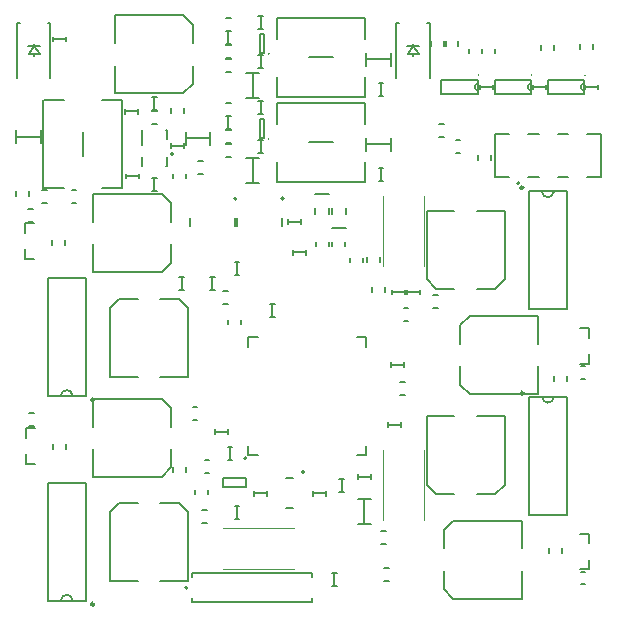
<source format=gto>
G04*
G04 #@! TF.GenerationSoftware,Altium Limited,Altium Designer,24.9.1 (31)*
G04*
G04 Layer_Color=65535*
%FSLAX44Y44*%
%MOMM*%
G71*
G04*
G04 #@! TF.SameCoordinates,22428939-7FEC-4B67-BCAF-D19850B6772B*
G04*
G04*
G04 #@! TF.FilePolarity,Positive*
G04*
G01*
G75*
%ADD10C,0.1500*%
%ADD11C,0.2000*%
%ADD12C,0.2500*%
%ADD13C,0.1270*%
%ADD14C,0.1000*%
D10*
X1217502Y964994D02*
G03*
X1217502Y964994I-500J0D01*
G01*
X1217500Y893000D02*
G03*
X1217500Y893000I-500J0D01*
G01*
X1395000Y947000D02*
G03*
X1395000Y947000I-500J0D01*
G01*
X1394500Y939828D02*
G03*
X1394500Y934172I0J-2828D01*
G01*
X1485000Y947000D02*
G03*
X1485000Y947000I-500J0D01*
G01*
X1484500Y939828D02*
G03*
X1484500Y934172I0J-2828D01*
G01*
X1440000Y947000D02*
G03*
X1440000Y947000I-500J0D01*
G01*
X1439500Y939828D02*
G03*
X1439500Y934172I0J-2828D01*
G01*
X1188500Y789000D02*
X1192500D01*
X1188500Y778000D02*
X1192500D01*
X1190500D02*
Y789000D01*
X1050500Y839000D02*
X1054500D01*
X1050500Y850000D02*
X1054500D01*
X1210252Y965994D02*
X1213752D01*
X1210252D02*
Y981994D01*
X1213752D01*
Y965994D02*
Y981994D01*
X1210250Y894000D02*
X1213750D01*
X1210250D02*
Y910000D01*
X1213750D01*
Y894000D02*
Y910000D01*
X1178500Y598500D02*
X1198500D01*
X1178500D02*
Y605500D01*
X1198500Y598500D02*
Y605500D01*
X1178500D02*
X1198500D01*
X1363500Y931000D02*
X1394500D01*
X1363500Y943000D02*
X1394500D01*
X1363500Y931000D02*
Y943000D01*
X1394500Y931000D02*
Y943000D01*
X1453500Y931000D02*
X1484500D01*
X1453500Y943000D02*
X1484500D01*
X1453500Y931000D02*
Y943000D01*
X1484500Y931000D02*
Y943000D01*
X1408500Y931000D02*
X1439500D01*
X1408500Y943000D02*
X1439500D01*
X1408500Y931000D02*
Y943000D01*
X1439500Y931000D02*
Y943000D01*
X1109956Y870139D02*
X1110456D01*
X1109956D02*
Y877639D01*
X1130456Y870139D02*
X1130956D01*
Y877639D01*
X1130456Y900139D02*
X1130956D01*
Y892639D02*
Y900139D01*
X1109956D02*
X1110456D01*
X1109956Y887639D02*
Y900139D01*
X1469500Y688000D02*
Y692000D01*
X1458500Y688000D02*
Y692000D01*
X1454500Y542250D02*
Y546250D01*
X1465500Y542250D02*
Y546250D01*
X1045500Y630500D02*
Y634500D01*
X1034500Y630500D02*
Y634500D01*
X1044500Y803500D02*
Y807500D01*
X1033500Y803500D02*
Y807500D01*
X1481500Y689750D02*
X1485500D01*
X1481500Y700750D02*
X1485500D01*
X1481500Y515750D02*
X1485500D01*
X1481500Y526750D02*
X1485500D01*
X1014500Y661000D02*
X1018500D01*
X1014500Y650000D02*
X1018500D01*
X1013500Y833500D02*
X1017500D01*
X1013500Y822500D02*
X1017500D01*
X1179000Y753000D02*
X1183000D01*
X1179000Y764000D02*
X1183000D01*
X1361500Y895000D02*
X1365500D01*
X1361500Y906000D02*
X1365500D01*
X1183000Y736000D02*
Y740000D01*
X1194000Y736000D02*
Y740000D01*
X1286500Y788500D02*
Y792500D01*
X1297500Y788500D02*
Y792500D01*
X1300500Y789000D02*
Y793000D01*
X1311500Y789000D02*
Y793000D01*
X1305000Y763500D02*
Y767500D01*
X1316000Y763500D02*
Y767500D01*
X1398000Y965500D02*
Y969500D01*
X1409000Y965500D02*
Y969500D01*
X1386500Y965500D02*
Y969500D01*
X1397500Y965500D02*
Y969500D01*
X1271000Y802000D02*
Y806000D01*
X1282000Y802000D02*
Y806000D01*
X1257000Y802000D02*
Y806000D01*
X1268000Y802000D02*
Y806000D01*
X1356500Y760500D02*
X1360500D01*
X1356500Y749500D02*
X1360500D01*
X1375500Y892000D02*
X1379500D01*
X1375500Y881000D02*
X1379500D01*
X1331500Y738500D02*
X1335500D01*
X1331500Y749500D02*
X1335500D01*
X1161000Y578500D02*
X1165000D01*
X1161000Y567500D02*
X1165000D01*
X1312500Y550000D02*
X1316500D01*
X1312500Y561000D02*
X1316500D01*
X1447500Y968500D02*
Y972500D01*
X1458500Y968500D02*
Y972500D01*
X1480500Y969500D02*
Y973500D01*
X1491500Y969500D02*
Y973500D01*
X1315000Y529500D02*
X1319000D01*
X1315000Y518500D02*
X1319000D01*
X1136000Y611000D02*
Y615000D01*
X1147000Y611000D02*
Y615000D01*
X1163000Y610000D02*
X1167000D01*
X1163000Y621000D02*
X1167000D01*
X1153000Y655000D02*
X1157000D01*
X1153000Y666000D02*
X1157000D01*
X1328500Y687000D02*
X1332500D01*
X1328500Y676000D02*
X1332500D01*
X1394500Y875000D02*
Y879000D01*
X1405500Y875000D02*
Y879000D01*
X1154500Y592000D02*
Y596000D01*
X1165500Y592000D02*
Y596000D01*
X1367000Y972000D02*
Y976000D01*
X1378000Y972000D02*
Y976000D01*
X1355000Y972000D02*
Y976000D01*
X1366000Y972000D02*
Y976000D01*
X1181002Y961494D02*
X1185002D01*
X1181002Y972494D02*
X1185002D01*
X1181002Y995494D02*
X1185002D01*
X1181002Y984494D02*
X1185002D01*
X1181002Y960494D02*
X1185002D01*
X1181002Y949494D02*
X1185002D01*
X1181000Y889500D02*
X1185000D01*
X1181000Y900500D02*
X1185000D01*
X1181000Y923500D02*
X1185000D01*
X1181000Y912500D02*
X1185000D01*
X1181000Y888500D02*
X1185000D01*
X1181000Y877500D02*
X1185000D01*
X1025500Y849500D02*
X1029500D01*
X1025500Y838500D02*
X1029500D01*
X1145500Y915000D02*
Y919000D01*
X1134500Y915000D02*
Y919000D01*
X1157500Y863000D02*
X1161500D01*
X1157500Y874000D02*
X1161500D01*
X1003000Y845000D02*
Y849000D01*
X1014000Y845000D02*
Y849000D01*
X1118500Y916500D02*
X1122500D01*
X1118500Y905500D02*
X1122500D01*
X1136000Y859500D02*
Y863500D01*
X1147000Y859500D02*
Y863500D01*
X1270500Y818000D02*
X1282500D01*
Y829500D02*
Y834500D01*
X1270500Y829500D02*
Y834500D01*
X1256206Y845998D02*
X1268206D01*
X1256206Y829498D02*
Y834498D01*
X1268206Y829498D02*
Y834498D01*
X1298502Y977994D02*
Y994994D01*
X1224502Y995494D02*
X1298502D01*
X1224502Y977994D02*
Y995494D01*
Y928494D02*
Y945494D01*
Y928494D02*
X1298502D01*
X1251502Y961994D02*
X1271502D01*
X1298502Y928494D02*
Y945494D01*
X1298500Y906000D02*
Y923000D01*
X1224500Y923500D02*
X1298500D01*
X1224500Y906000D02*
Y923500D01*
Y856500D02*
Y873500D01*
Y856500D02*
X1298500D01*
X1251500Y890000D02*
X1271500D01*
X1298500Y856500D02*
Y873500D01*
X1026956Y925639D02*
X1043956D01*
X1026456Y851639D02*
Y925639D01*
Y851639D02*
X1043956D01*
X1076456D02*
X1093456D01*
Y925639D01*
X1059956Y878639D02*
Y898639D01*
X1076456Y925639D02*
X1093456D01*
X1030500Y991000D02*
X1032500D01*
X1004500Y991050D02*
X1006500D01*
X1004500Y945000D02*
Y991050D01*
X1032500Y945000D02*
Y991000D01*
X1351500D02*
X1353500D01*
X1325500Y991050D02*
X1327500D01*
X1325500Y945000D02*
Y991050D01*
X1353500Y945000D02*
Y991000D01*
X1169500Y765500D02*
Y776500D01*
X1167500D02*
X1171500D01*
X1167500Y765500D02*
X1171500D01*
X1143500Y765000D02*
Y776000D01*
X1141500Y765000D02*
X1145500D01*
X1141500Y776000D02*
X1145500D01*
X1238000Y797000D02*
X1249000D01*
X1238000Y795000D02*
Y799000D01*
X1249000Y795000D02*
Y799000D01*
X1322000Y763500D02*
X1333000D01*
Y761500D02*
Y765500D01*
X1322000Y761500D02*
Y765500D01*
X1233500Y823000D02*
X1244500D01*
Y821000D02*
Y825000D01*
X1233500Y821000D02*
Y825000D01*
X1334500Y763500D02*
X1345500D01*
X1334500Y761500D02*
Y765500D01*
X1345500Y761500D02*
Y765500D01*
X1396000Y937000D02*
X1407000D01*
Y935000D02*
Y939000D01*
X1396000Y935000D02*
Y939000D01*
X1298000Y567000D02*
Y587500D01*
X1292500Y588000D02*
X1303500D01*
X1292500Y567000D02*
X1303500D01*
X1292500Y607000D02*
X1303500D01*
X1292500Y605000D02*
Y609000D01*
X1303500Y605000D02*
Y609000D01*
X1273000Y514500D02*
Y525500D01*
X1271000Y514500D02*
X1275000D01*
X1271000Y525500D02*
X1275000D01*
X1485500Y937000D02*
X1496500D01*
Y935000D02*
Y939000D01*
X1485500Y935000D02*
Y939000D01*
X1204500Y593000D02*
X1215500D01*
Y591000D02*
Y595000D01*
X1204500Y591000D02*
Y595000D01*
X1254500Y593000D02*
X1265500D01*
X1254500Y591000D02*
Y595000D01*
X1265500Y591000D02*
Y595000D01*
X1190500Y571500D02*
Y582500D01*
X1188500D02*
X1192500D01*
X1188500Y571500D02*
X1192500D01*
X1184500Y621000D02*
Y632000D01*
X1182500D02*
X1186500D01*
X1182500Y621000D02*
X1186500D01*
X1172000Y645000D02*
X1183000D01*
Y643000D02*
Y647000D01*
X1172000Y643000D02*
Y647000D01*
X1318500Y651000D02*
X1329500D01*
X1318500Y649000D02*
Y653000D01*
X1329500Y649000D02*
Y653000D01*
X1279000Y594000D02*
Y605000D01*
X1277000D02*
X1281000D01*
X1277000Y594000D02*
X1281000D01*
X1320500Y702000D02*
X1331500D01*
X1320500Y700000D02*
Y704000D01*
X1331500Y700000D02*
Y704000D01*
X1220500Y742500D02*
Y753500D01*
X1218500Y742500D02*
X1222500D01*
X1218500Y753500D02*
X1222500D01*
X1441000Y937000D02*
X1452000D01*
Y935000D02*
Y939000D01*
X1441000Y935000D02*
Y939000D01*
X1035000Y977500D02*
X1046000D01*
X1035000Y975500D02*
Y979500D01*
X1046000Y975500D02*
Y979500D01*
X1300002Y960494D02*
X1320502D01*
X1321002Y954994D02*
Y965994D01*
X1300002Y954994D02*
Y965994D01*
X1312502Y928994D02*
Y939994D01*
X1310502Y928994D02*
X1314502D01*
X1310502Y939994D02*
X1314502D01*
X1183002Y972994D02*
Y983994D01*
X1181002Y972994D02*
X1185002D01*
X1181002Y983994D02*
X1185002D01*
X1204002Y927994D02*
Y948494D01*
X1198502Y948994D02*
X1209502D01*
X1198502Y927994D02*
X1209502D01*
X1210502Y952994D02*
Y963994D01*
X1208502D02*
X1212502D01*
X1208502Y952994D02*
X1212502D01*
X1210502Y985994D02*
Y996994D01*
X1208502Y985994D02*
X1212502D01*
X1208502Y996994D02*
X1212502D01*
X1300000Y888500D02*
X1320500D01*
X1321000Y883000D02*
Y894000D01*
X1300000Y883000D02*
Y894000D01*
X1312500Y857000D02*
Y868000D01*
X1310500Y857000D02*
X1314500D01*
X1310500Y868000D02*
X1314500D01*
X1183000Y901000D02*
Y912000D01*
X1181000Y901000D02*
X1185000D01*
X1181000Y912000D02*
X1185000D01*
X1204000Y856000D02*
Y876500D01*
X1198500Y877000D02*
X1209500D01*
X1198500Y856000D02*
X1209500D01*
X1210500Y881000D02*
Y892000D01*
X1208500D02*
X1212500D01*
X1208500Y881000D02*
X1212500D01*
X1210500Y914000D02*
Y925000D01*
X1208500Y914000D02*
X1212500D01*
X1208500Y925000D02*
X1212500D01*
X1120456Y849139D02*
Y860139D01*
X1118456Y849139D02*
X1122456D01*
X1118456Y860139D02*
X1122456D01*
X1004000Y895000D02*
X1024500D01*
X1003500Y889500D02*
Y900500D01*
X1024500Y889500D02*
Y900500D01*
X1095500Y916500D02*
X1106500D01*
Y914500D02*
Y918500D01*
X1095500Y914500D02*
Y918500D01*
X1120500Y917500D02*
Y928500D01*
X1118500Y917500D02*
X1122500D01*
X1118500Y928500D02*
X1122500D01*
X1146956Y893639D02*
X1167456D01*
X1167956Y888139D02*
Y899139D01*
X1146956Y888139D02*
Y899139D01*
X1134456Y887139D02*
X1145456D01*
Y885139D02*
Y889139D01*
X1134456Y885139D02*
Y889139D01*
X1096456Y861639D02*
X1107456D01*
X1096456Y859639D02*
Y863639D01*
X1107456Y859639D02*
Y863639D01*
D11*
X1247500Y611000D02*
G03*
X1247500Y611000I-1000J0D01*
G01*
X1448775Y848203D02*
G03*
X1458725Y848203I4975J498D01*
G01*
X1448775Y674202D02*
G03*
X1458725Y674202I4975J498D01*
G01*
X1051225Y502547D02*
G03*
X1041275Y502547I-4975J-498D01*
G01*
X1051225Y675798D02*
G03*
X1041275Y675798I-4975J-498D01*
G01*
X1198500Y622500D02*
G03*
X1198500Y622500I-1000J0D01*
G01*
X1136456Y880139D02*
G03*
X1136456Y880139I-1000J0D01*
G01*
X1429500Y855500D02*
G03*
X1429500Y855500I-1000J0D01*
G01*
X1190000Y842500D02*
G03*
X1190000Y842500I-1000J0D01*
G01*
X1230000D02*
G03*
X1230000Y842500I-1000J0D01*
G01*
X1148450Y513000D02*
G03*
X1148450Y513000I-1000J0D01*
G01*
X1068500Y780250D02*
X1126625D01*
X1068500Y846250D02*
X1126625D01*
Y780250D02*
X1134500Y788125D01*
X1126625Y846250D02*
X1134500Y838375D01*
X1068500Y780250D02*
Y803750D01*
Y822750D02*
Y846250D01*
X1134500Y788125D02*
Y803750D01*
Y822750D02*
Y838375D01*
X1068500Y607000D02*
X1126625D01*
X1068500Y673000D02*
X1126625D01*
Y607000D02*
X1134500Y614875D01*
X1126625Y673000D02*
X1134500Y665125D01*
X1068500Y607000D02*
Y630500D01*
Y649500D02*
Y673000D01*
X1134500Y614875D02*
Y630500D01*
Y649500D02*
Y665125D01*
X1387375Y743000D02*
X1445500D01*
X1387375Y677000D02*
X1445500D01*
X1379500Y735125D02*
X1387375Y743000D01*
X1379500Y684875D02*
X1387375Y677000D01*
X1445500Y719500D02*
Y743000D01*
Y677000D02*
Y700500D01*
X1379500Y719500D02*
Y735125D01*
Y684875D02*
Y700500D01*
X1373375Y569750D02*
X1431500D01*
X1373375Y503750D02*
X1431500D01*
X1365500Y561875D02*
X1373375Y569750D01*
X1365500Y511625D02*
X1373375Y503750D01*
X1431500Y546250D02*
Y569750D01*
Y503750D02*
Y527250D01*
X1365500Y546250D02*
Y561875D01*
Y511625D02*
Y527250D01*
X1351000Y774125D02*
Y832250D01*
X1417000Y774125D02*
Y832250D01*
X1351000Y774125D02*
X1358875Y766250D01*
X1409125D02*
X1417000Y774125D01*
X1351000Y832250D02*
X1374500D01*
X1393500D02*
X1417000D01*
X1358875Y766250D02*
X1374500D01*
X1393500D02*
X1409125D01*
X1351000Y600125D02*
Y658250D01*
X1417000Y600125D02*
Y658250D01*
X1351000Y600125D02*
X1358875Y592250D01*
X1409125D02*
X1417000Y600125D01*
X1351000Y658250D02*
X1374500D01*
X1393500D02*
X1417000D01*
X1358875Y592250D02*
X1374500D01*
X1393500D02*
X1409125D01*
X1149000Y519000D02*
Y577125D01*
X1083000Y519000D02*
Y577125D01*
X1141125Y585000D02*
X1149000Y577125D01*
X1083000D02*
X1090875Y585000D01*
X1125500Y519000D02*
X1149000D01*
X1083000D02*
X1106500D01*
X1125500Y585000D02*
X1141125D01*
X1090875D02*
X1106500D01*
X1149000Y691750D02*
Y749875D01*
X1083000Y691750D02*
Y749875D01*
X1141125Y757750D02*
X1149000Y749875D01*
X1083000D02*
X1090875Y757750D01*
X1125500Y691750D02*
X1149000D01*
X1083000D02*
X1106500D01*
X1125500Y757750D02*
X1141125D01*
X1090875D02*
X1106500D01*
X1087000Y931500D02*
X1145125D01*
X1087000Y997500D02*
X1145125D01*
Y931500D02*
X1153000Y939375D01*
X1145125Y997500D02*
X1153000Y989625D01*
X1087000Y931500D02*
Y955000D01*
Y974000D02*
Y997500D01*
X1153000Y939375D02*
Y955000D01*
Y974000D02*
Y989625D01*
X1437750Y748700D02*
X1469750D01*
X1437750Y848700D02*
X1469750D01*
Y748700D02*
Y848700D01*
X1437750Y748700D02*
Y848700D01*
Y574700D02*
X1469750D01*
X1437750Y674700D02*
X1469750D01*
Y574700D02*
Y674700D01*
X1437750Y574700D02*
Y674700D01*
X1030250Y602050D02*
X1062250D01*
X1030250Y502050D02*
X1062250D01*
X1030250D02*
Y602050D01*
X1062250Y502050D02*
Y602050D01*
X1030250Y775300D02*
X1062250D01*
X1030250Y675300D02*
X1062250D01*
X1030250D02*
Y775300D01*
X1062250Y675300D02*
Y775300D01*
X1254250Y500800D02*
Y504300D01*
X1152650Y500800D02*
Y504300D01*
Y500800D02*
X1254250D01*
X1152650Y521700D02*
Y525200D01*
X1254250Y521700D02*
Y525200D01*
X1152650D02*
X1254250D01*
X1480500Y732750D02*
X1488500D01*
Y724750D02*
Y732750D01*
X1480500Y702750D02*
X1488500D01*
Y710750D01*
X1480500Y558750D02*
X1488500D01*
Y550750D02*
Y558750D01*
X1480500Y528750D02*
X1488500D01*
Y536750D01*
X1011500Y618000D02*
X1019500D01*
X1011500D02*
Y626000D01*
Y648000D02*
X1019500D01*
X1011500Y640000D02*
Y648000D01*
X1011000Y791500D02*
X1019000D01*
X1011000D02*
Y799500D01*
Y821500D02*
X1019000D01*
X1011000Y813500D02*
Y821500D01*
X1018500Y963000D02*
Y965000D01*
Y972000D02*
Y973000D01*
X1014500Y965000D02*
X1023500D01*
X1018500Y972000D02*
X1023500Y965000D01*
X1014500D02*
X1018500Y972000D01*
X1013500D02*
X1023500D01*
X1339500Y963000D02*
Y965000D01*
Y972000D02*
Y973000D01*
X1335500Y965000D02*
X1344500D01*
X1339500Y972000D02*
X1344500Y965000D01*
X1335500D02*
X1339500Y972000D01*
X1334500D02*
X1344500D01*
D12*
X1433000Y851700D02*
G03*
X1433000Y851700I-1250J0D01*
G01*
Y677700D02*
G03*
X1433000Y677700I-1250J0D01*
G01*
X1069500Y499050D02*
G03*
X1069500Y499050I-1250J0D01*
G01*
Y672300D02*
G03*
X1069500Y672300I-1250J0D01*
G01*
D13*
X1232300Y605500D02*
X1237700D01*
X1232300Y580500D02*
X1237700D01*
X1200000Y625000D02*
Y632950D01*
Y625000D02*
X1207950D01*
X1292050D02*
X1300000D01*
Y632950D01*
Y717050D02*
Y725000D01*
X1292050D02*
X1300000D01*
X1200000D02*
X1207950D01*
X1200000Y717050D02*
Y725000D01*
X1409000Y897000D02*
X1420800D01*
X1487200D02*
X1499000D01*
Y861000D02*
Y897000D01*
X1487200Y861000D02*
X1499000D01*
X1409000D02*
X1420800D01*
X1409000D02*
Y897000D01*
X1437200Y861000D02*
X1445800D01*
X1437200Y897000D02*
X1445800D01*
X1462200Y861000D02*
X1470800D01*
X1462200Y897000D02*
X1470800D01*
X1188550Y819000D02*
Y826000D01*
X1150450Y819000D02*
Y826000D01*
X1228550Y819000D02*
Y826000D01*
X1190450Y819000D02*
Y826000D01*
D14*
X1314000Y785000D02*
Y845000D01*
X1349000Y785000D02*
Y845000D01*
X1179000Y528500D02*
X1239000D01*
X1179000Y563500D02*
X1239000D01*
X1349000Y570000D02*
Y630000D01*
X1314000Y570000D02*
Y630000D01*
M02*

</source>
